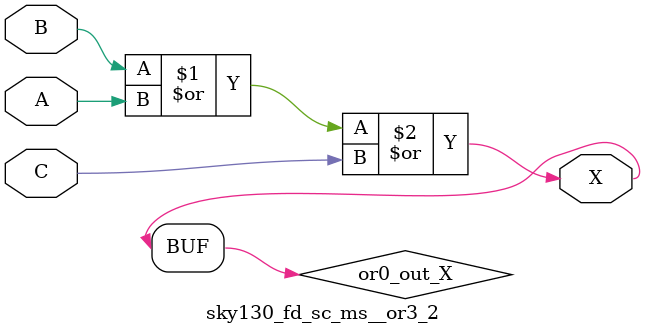
<source format=v>
/*
 * Copyright 2020 The SkyWater PDK Authors
 *
 * Licensed under the Apache License, Version 2.0 (the "License");
 * you may not use this file except in compliance with the License.
 * You may obtain a copy of the License at
 *
 *     https://www.apache.org/licenses/LICENSE-2.0
 *
 * Unless required by applicable law or agreed to in writing, software
 * distributed under the License is distributed on an "AS IS" BASIS,
 * WITHOUT WARRANTIES OR CONDITIONS OF ANY KIND, either express or implied.
 * See the License for the specific language governing permissions and
 * limitations under the License.
 *
 * SPDX-License-Identifier: Apache-2.0
*/


`ifndef SKY130_FD_SC_MS__OR3_2_FUNCTIONAL_V
`define SKY130_FD_SC_MS__OR3_2_FUNCTIONAL_V

/**
 * or3: 3-input OR.
 *
 * Verilog simulation functional model.
 */

`timescale 1ns / 1ps
`default_nettype none

`celldefine
module sky130_fd_sc_ms__or3_2 (
    X,
    A,
    B,
    C
);

    // Module ports
    output X;
    input  A;
    input  B;
    input  C;

    // Local signals
    wire or0_out_X;

    //  Name  Output     Other arguments
    or  or0  (or0_out_X, B, A, C        );
    buf buf0 (X        , or0_out_X      );

endmodule
`endcelldefine

`default_nettype wire
`endif  // SKY130_FD_SC_MS__OR3_2_FUNCTIONAL_V

</source>
